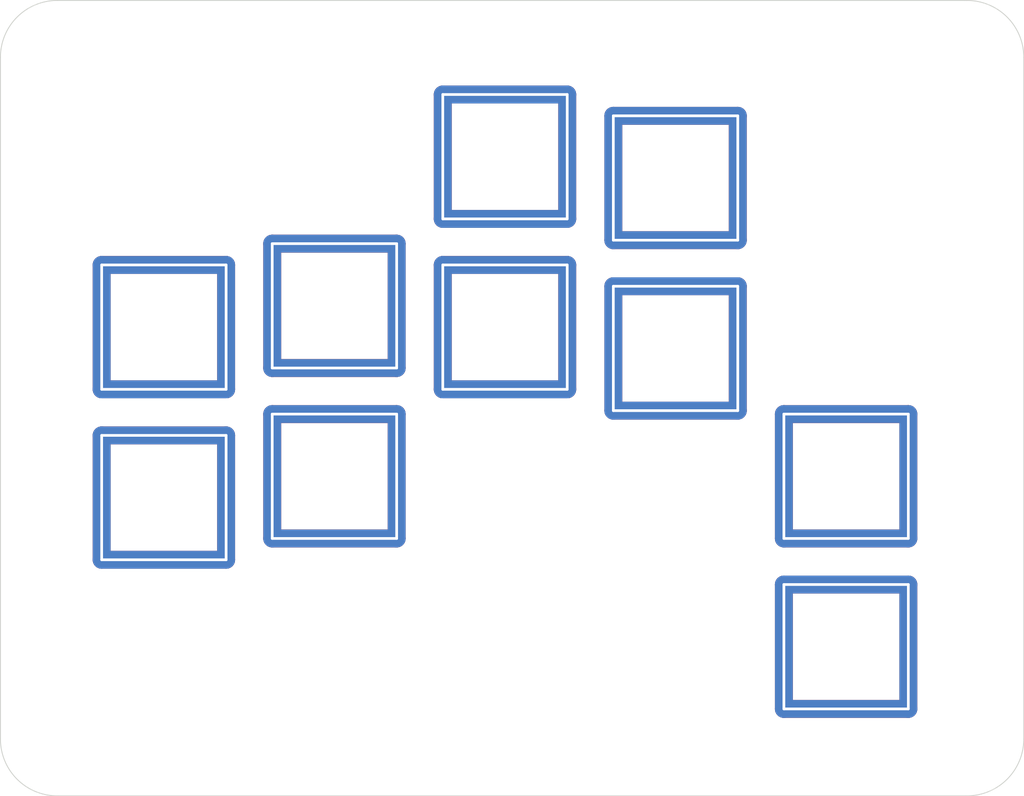
<source format=kicad_pcb>
(kicad_pcb (version 20221018) (generator pcbnew)
  (layers (0 "F.Cu" signal) (31 "B.Cu" signal) (34 "B.Paste" user) (35 "F.Paste" user) (36 "B.SilkS" user "B.Silkscreen") (37 "F.SilkS" user "F.Silkscreen") (38 "B.Mask" user) (39 "F.Mask" user) (44 "Edge.Cuts" user))
  (net 0 "")
  (net 1 "Col0")
  (net 2 "Col1")
  (net 3 "Col2")
  (net 4 "Col3")
  (net 5 "Col4")
  (footprint "kbd_SW_Hole:SW_Hole_TH_1u" (layer "F.Cu") (at 30.95625 138.1125)
    (fp_text reference "SW1" hide)
    (fp_text value "SW_PUSH" hide)
    (pad "1" thru_hole oval (at -6.95 0) (size 2 15.9) (drill oval 0.3 14.2) (layers "*.Cu" "*.Mask") (net 1 "Col0"))
    (pad "1" thru_hole oval (at 0 -6.95 90) (size 2 15.9) (drill oval 0.3 14.2) (layers "*.Cu" "*.Mask") (net 1 "Col0"))
    (pad "1" thru_hole oval (at 0 6.95 90) (size 2 15.9) (drill oval 0.3 14.2) (layers "*.Cu" "*.Mask") (net 1 "Col0"))
    (pad "1" thru_hole oval (at 6.95 0) (size 2 15.9) (drill oval 0.3 14.2) (layers "*.Cu" "*.Mask") (net 1 "Col0"))
  )
  (footprint "kbd_SW_Hole:SW_Hole_TH_1u" (layer "F.Cu") (at 69.05625 138.1125)
    (fp_text reference "SW6" hide)
    (fp_text value "SW_PUSH" hide)
    (pad "1" thru_hole oval (at -6.95 0) (size 2 15.9) (drill oval 0.3 14.2) (layers "*.Cu" "*.Mask") (net 3 "Col2"))
    (pad "1" thru_hole oval (at 0 -6.95 90) (size 2 15.9) (drill oval 0.3 14.2) (layers "*.Cu" "*.Mask") (net 3 "Col2"))
    (pad "1" thru_hole oval (at 0 6.95 90) (size 2 15.9) (drill oval 0.3 14.2) (layers "*.Cu" "*.Mask") (net 3 "Col2"))
    (pad "1" thru_hole oval (at 6.95 0) (size 2 15.9) (drill oval 0.3 14.2) (layers "*.Cu" "*.Mask") (net 3 "Col2"))
  )
  (footprint "kbd_Hole:m2_Screw_Hole" (layer "F.Cu") (at 120.65 184.15)
    (fp_text reference "Ref**")
    (fp_text value "Val**")
    (pad "" np_thru_hole circle (at 0 0) (size 2.2 2.2) (drill 2.2) (layers "*.Cu" "*.Mask"))
  )
  (footprint "kbd_Hole:m2_Screw_Hole" (layer "F.Cu") (at 19.05 184.15)
    (fp_text reference "Ref**")
    (fp_text value "Val**")
    (pad "" np_thru_hole circle (at 0 0) (size 2.2 2.2) (drill 2.2) (layers "*.Cu" "*.Mask"))
  )
  (footprint "kbd_SW_Hole:SW_Hole_TH_1u" (layer "F.Cu") (at 50.00625 135.73125)
    (fp_text reference "SW3" hide)
    (fp_text value "SW_PUSH" hide)
    (pad "1" thru_hole oval (at -6.95 0) (size 2 15.9) (drill oval 0.3 14.2) (layers "*.Cu" "*.Mask") (net 2 "Col1"))
    (pad "1" thru_hole oval (at 0 -6.95 90) (size 2 15.9) (drill oval 0.3 14.2) (layers "*.Cu" "*.Mask") (net 2 "Col1"))
    (pad "1" thru_hole oval (at 0 6.95 90) (size 2 15.9) (drill oval 0.3 14.2) (layers "*.Cu" "*.Mask") (net 2 "Col1"))
    (pad "1" thru_hole oval (at 6.95 0) (size 2 15.9) (drill oval 0.3 14.2) (layers "*.Cu" "*.Mask") (net 2 "Col1"))
  )
  (footprint "kbd_SW_Hole:SW_Hole_TH_1u" (layer "F.Cu") (at 30.95625 157.1625)
    (fp_text reference "SW2" hide)
    (fp_text value "SW_PUSH" hide)
    (pad "1" thru_hole oval (at -6.95 0) (size 2 15.9) (drill oval 0.3 14.2) (layers "*.Cu" "*.Mask") (net 1 "Col0"))
    (pad "1" thru_hole oval (at 0 -6.95 90) (size 2 15.9) (drill oval 0.3 14.2) (layers "*.Cu" "*.Mask") (net 1 "Col0"))
    (pad "1" thru_hole oval (at 0 6.95 90) (size 2 15.9) (drill oval 0.3 14.2) (layers "*.Cu" "*.Mask") (net 1 "Col0"))
    (pad "1" thru_hole oval (at 6.95 0) (size 2 15.9) (drill oval 0.3 14.2) (layers "*.Cu" "*.Mask") (net 1 "Col0"))
  )
  (footprint "kbd_SW_Hole:SW_Hole_TH_1u" (layer "F.Cu") (at 88.10625 121.44375)
    (fp_text reference "SW7" hide)
    (fp_text value "SW_PUSH" hide)
    (pad "1" thru_hole oval (at -6.95 0) (size 2 15.9) (drill oval 0.3 14.2) (layers "*.Cu" "*.Mask") (net 4 "Col3"))
    (pad "1" thru_hole oval (at 0 -6.95 90) (size 2 15.9) (drill oval 0.3 14.2) (layers "*.Cu" "*.Mask") (net 4 "Col3"))
    (pad "1" thru_hole oval (at 0 6.95 90) (size 2 15.9) (drill oval 0.3 14.2) (layers "*.Cu" "*.Mask") (net 4 "Col3"))
    (pad "1" thru_hole oval (at 6.95 0) (size 2 15.9) (drill oval 0.3 14.2) (layers "*.Cu" "*.Mask") (net 4 "Col3"))
  )
  (footprint "kbd_SW_Hole:SW_Hole_TH_1u" (layer "F.Cu") (at 107.15625 154.78125)
    (fp_text reference "SW9" hide)
    (fp_text value "SW_PUSH" hide)
    (pad "1" thru_hole oval (at -6.95 0) (size 2 15.9) (drill oval 0.3 14.2) (layers "*.Cu" "*.Mask") (net 5 "Col4"))
    (pad "1" thru_hole oval (at 0 -6.95 90) (size 2 15.9) (drill oval 0.3 14.2) (layers "*.Cu" "*.Mask") (net 5 "Col4"))
    (pad "1" thru_hole oval (at 0 6.95 90) (size 2 15.9) (drill oval 0.3 14.2) (layers "*.Cu" "*.Mask") (net 5 "Col4"))
    (pad "1" thru_hole oval (at 6.95 0) (size 2 15.9) (drill oval 0.3 14.2) (layers "*.Cu" "*.Mask") (net 5 "Col4"))
  )
  (footprint "kbd_Hole:m2_Screw_Hole" (layer "F.Cu") (at 120.65 107.95)
    (fp_text reference "Ref**")
    (fp_text value "Val**")
    (pad "" np_thru_hole circle (at 0 0) (size 2.2 2.2) (drill 2.2) (layers "*.Cu" "*.Mask"))
  )
  (footprint "kbd_SW_Hole:SW_Hole_TH_1u" (layer "F.Cu") (at 50.00625 154.78125)
    (fp_text reference "SW4" hide)
    (fp_text value "SW_PUSH" hide)
    (pad "1" thru_hole oval (at -6.95 0) (size 2 15.9) (drill oval 0.3 14.2) (layers "*.Cu" "*.Mask") (net 2 "Col1"))
    (pad "1" thru_hole oval (at 0 -6.95 90) (size 2 15.9) (drill oval 0.3 14.2) (layers "*.Cu" "*.Mask") (net 2 "Col1"))
    (pad "1" thru_hole oval (at 0 6.95 90) (size 2 15.9) (drill oval 0.3 14.2) (layers "*.Cu" "*.Mask") (net 2 "Col1"))
    (pad "1" thru_hole oval (at 6.95 0) (size 2 15.9) (drill oval 0.3 14.2) (layers "*.Cu" "*.Mask") (net 2 "Col1"))
  )
  (footprint "kbd_SW_Hole:SW_Hole_TH_1u" (layer "F.Cu") (at 88.10625 140.49375)
    (fp_text reference "SW8" hide)
    (fp_text value "SW_PUSH" hide)
    (pad "1" thru_hole oval (at -6.95 0) (size 2 15.9) (drill oval 0.3 14.2) (layers "*.Cu" "*.Mask") (net 4 "Col3"))
    (pad "1" thru_hole oval (at 0 -6.95 90) (size 2 15.9) (drill oval 0.3 14.2) (layers "*.Cu" "*.Mask") (net 4 "Col3"))
    (pad "1" thru_hole oval (at 0 6.95 90) (size 2 15.9) (drill oval 0.3 14.2) (layers "*.Cu" "*.Mask") (net 4 "Col3"))
    (pad "1" thru_hole oval (at 6.95 0) (size 2 15.9) (drill oval 0.3 14.2) (layers "*.Cu" "*.Mask") (net 4 "Col3"))
  )
  (footprint "kbd_Hole:m2_Screw_Hole" (layer "F.Cu") (at 19.05 107.95)
    (fp_text reference "Ref**")
    (fp_text value "Val**")
    (pad "" np_thru_hole circle (at 0 0) (size 2.2 2.2) (drill 2.2) (layers "*.Cu" "*.Mask"))
  )
  (footprint "kbd_SW_Hole:SW_Hole_TH_1u" (layer "F.Cu") (at 107.15625 173.83125)
    (fp_text reference "SW10" hide)
    (fp_text value "SW_PUSH" hide)
    (pad "1" thru_hole oval (at -6.95 0) (size 2 15.9) (drill oval 0.3 14.2) (layers "*.Cu" "*.Mask") (net 5 "Col4"))
    (pad "1" thru_hole oval (at 0 -6.95 90) (size 2 15.9) (drill oval 0.3 14.2) (layers "*.Cu" "*.Mask") (net 5 "Col4"))
    (pad "1" thru_hole oval (at 0 6.95 90) (size 2 15.9) (drill oval 0.3 14.2) (layers "*.Cu" "*.Mask") (net 5 "Col4"))
    (pad "1" thru_hole oval (at 6.95 0) (size 2 15.9) (drill oval 0.3 14.2) (layers "*.Cu" "*.Mask") (net 5 "Col4"))
  )
  (footprint "kbd_SW_Hole:SW_Hole_TH_1u" (layer "F.Cu") (at 69.05625 119.0625)
    (fp_text reference "SW5" hide)
    (fp_text value "SW_PUSH" hide)
    (pad "1" thru_hole oval (at -6.95 0) (size 2 15.9) (drill oval 0.3 14.2) (layers "*.Cu" "*.Mask") (net 3 "Col2"))
    (pad "1" thru_hole oval (at 0 -6.95 90) (size 2 15.9) (drill oval 0.3 14.2) (layers "*.Cu" "*.Mask") (net 3 "Col2"))
    (pad "1" thru_hole oval (at 0 6.95 90) (size 2 15.9) (drill oval 0.3 14.2) (layers "*.Cu" "*.Mask") (net 3 "Col2"))
    (pad "1" thru_hole oval (at 6.95 0) (size 2 15.9) (drill oval 0.3 14.2) (layers "*.Cu" "*.Mask") (net 3 "Col2"))
  )
  (gr_line (start 127 107.95) (end 127 184.15) (stroke (width 0.1)) (layer "Edge.Cuts"))
  (gr_line (start 12.7 184.15) (end 12.7 107.95) (stroke (width 0.1)) (layer "Edge.Cuts"))
  (gr_line (start 19.05 101.6) (end 120.65 101.6) (stroke (width 0.1)) (layer "Edge.Cuts"))
  (gr_arc (start 127 184.15) (mid 125.140128 188.640128) (end 120.65 190.5) (stroke (width 0.1)) (layer "Edge.Cuts"))
  (gr_line (start 120.65 190.5) (end 19.05 190.5) (stroke (width 0.1)) (layer "Edge.Cuts"))
  (gr_arc (start 12.7 107.95) (mid 14.559872 103.459872) (end 19.05 101.6) (stroke (width 0.1)) (layer "Edge.Cuts"))
  (gr_arc (start 19.05 190.5) (mid 14.559872 188.640128) (end 12.7 184.15) (stroke (width 0.1)) (layer "Edge.Cuts"))
  (gr_arc (start 120.65 101.6) (mid 125.140128 103.459872) (end 127 107.95) (stroke (width 0.1)) (layer "Edge.Cuts"))
)
</source>
